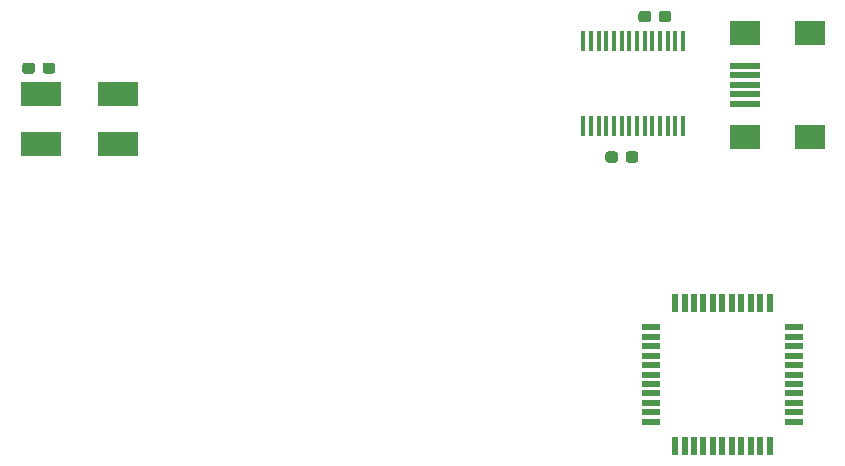
<source format=gbr>
%TF.GenerationSoftware,KiCad,Pcbnew,(5.1.12)-1*%
%TF.CreationDate,2022-08-10T21:51:47-07:00*%
%TF.ProjectId,JBX16_UARTCard,4a425831-365f-4554-9152-54436172642e,rev?*%
%TF.SameCoordinates,Original*%
%TF.FileFunction,Paste,Top*%
%TF.FilePolarity,Positive*%
%FSLAX46Y46*%
G04 Gerber Fmt 4.6, Leading zero omitted, Abs format (unit mm)*
G04 Created by KiCad (PCBNEW (5.1.12)-1) date 2022-08-10 21:51:47*
%MOMM*%
%LPD*%
G01*
G04 APERTURE LIST*
%ADD10R,2.500000X0.500000*%
%ADD11R,2.500000X2.000000*%
%ADD12R,3.500000X2.000000*%
%ADD13R,0.450000X1.750000*%
%ADD14R,0.520000X1.500000*%
%ADD15R,1.500000X0.520000*%
G04 APERTURE END LIST*
%TO.C,C9*%
G36*
G01*
X165663760Y-81050140D02*
X165663760Y-80575140D01*
G75*
G02*
X165901260Y-80337640I237500J0D01*
G01*
X166501260Y-80337640D01*
G75*
G02*
X166738760Y-80575140I0J-237500D01*
G01*
X166738760Y-81050140D01*
G75*
G02*
X166501260Y-81287640I-237500J0D01*
G01*
X165901260Y-81287640D01*
G75*
G02*
X165663760Y-81050140I0J237500D01*
G01*
G37*
G36*
G01*
X163938760Y-81050140D02*
X163938760Y-80575140D01*
G75*
G02*
X164176260Y-80337640I237500J0D01*
G01*
X164776260Y-80337640D01*
G75*
G02*
X165013760Y-80575140I0J-237500D01*
G01*
X165013760Y-81050140D01*
G75*
G02*
X164776260Y-81287640I-237500J0D01*
G01*
X164176260Y-81287640D01*
G75*
G02*
X163938760Y-81050140I0J237500D01*
G01*
G37*
%TD*%
%TO.C,C8*%
G36*
G01*
X162864680Y-92942420D02*
X162864680Y-92467420D01*
G75*
G02*
X163102180Y-92229920I237500J0D01*
G01*
X163702180Y-92229920D01*
G75*
G02*
X163939680Y-92467420I0J-237500D01*
G01*
X163939680Y-92942420D01*
G75*
G02*
X163702180Y-93179920I-237500J0D01*
G01*
X163102180Y-93179920D01*
G75*
G02*
X162864680Y-92942420I0J237500D01*
G01*
G37*
G36*
G01*
X161139680Y-92942420D02*
X161139680Y-92467420D01*
G75*
G02*
X161377180Y-92229920I237500J0D01*
G01*
X161977180Y-92229920D01*
G75*
G02*
X162214680Y-92467420I0J-237500D01*
G01*
X162214680Y-92942420D01*
G75*
G02*
X161977180Y-93179920I-237500J0D01*
G01*
X161377180Y-93179920D01*
G75*
G02*
X161139680Y-92942420I0J237500D01*
G01*
G37*
%TD*%
%TO.C,C7*%
G36*
G01*
X113492160Y-85418940D02*
X113492160Y-84943940D01*
G75*
G02*
X113729660Y-84706440I237500J0D01*
G01*
X114329660Y-84706440D01*
G75*
G02*
X114567160Y-84943940I0J-237500D01*
G01*
X114567160Y-85418940D01*
G75*
G02*
X114329660Y-85656440I-237500J0D01*
G01*
X113729660Y-85656440D01*
G75*
G02*
X113492160Y-85418940I0J237500D01*
G01*
G37*
G36*
G01*
X111767160Y-85418940D02*
X111767160Y-84943940D01*
G75*
G02*
X112004660Y-84706440I237500J0D01*
G01*
X112604660Y-84706440D01*
G75*
G02*
X112842160Y-84943940I0J-237500D01*
G01*
X112842160Y-85418940D01*
G75*
G02*
X112604660Y-85656440I-237500J0D01*
G01*
X112004660Y-85656440D01*
G75*
G02*
X111767160Y-85418940I0J237500D01*
G01*
G37*
%TD*%
D10*
%TO.C,J1*%
X172962260Y-84986060D03*
X172962260Y-85786060D03*
X172962260Y-86586060D03*
X172962260Y-87386060D03*
X172962260Y-88186060D03*
D11*
X172962260Y-82186060D03*
X172962260Y-90986060D03*
X178462260Y-82186060D03*
X178462260Y-90986060D03*
%TD*%
D12*
%TO.C,X3*%
X113342280Y-87406480D03*
X119842280Y-87406480D03*
X119842280Y-91606480D03*
X113342280Y-91606480D03*
%TD*%
D13*
%TO.C,U3*%
X159277340Y-82881920D03*
X159927340Y-82881920D03*
X160577340Y-82881920D03*
X161227340Y-82881920D03*
X161877340Y-82881920D03*
X162527340Y-82881920D03*
X163177340Y-82881920D03*
X163827340Y-82881920D03*
X164477340Y-82881920D03*
X165127340Y-82881920D03*
X165777340Y-82881920D03*
X166427340Y-82881920D03*
X167077340Y-82881920D03*
X167727340Y-82881920D03*
X167727340Y-90081920D03*
X167077340Y-90081920D03*
X166427340Y-90081920D03*
X165777340Y-90081920D03*
X165127340Y-90081920D03*
X164477340Y-90081920D03*
X163827340Y-90081920D03*
X163177340Y-90081920D03*
X162527340Y-90081920D03*
X161877340Y-90081920D03*
X161227340Y-90081920D03*
X160577340Y-90081920D03*
X159927340Y-90081920D03*
X159277340Y-90081920D03*
%TD*%
D14*
%TO.C,U2*%
X167046140Y-105072460D03*
X167846140Y-105072460D03*
X168646140Y-105072460D03*
X169446140Y-105072460D03*
X170246140Y-105072460D03*
X171046140Y-105072460D03*
X171846140Y-105072460D03*
X172646140Y-105072460D03*
X173446140Y-105072460D03*
X174246140Y-105072460D03*
X175046140Y-105072460D03*
D15*
X177096140Y-107122460D03*
X177096140Y-107922460D03*
X177096140Y-108722460D03*
X177096140Y-109522460D03*
X177096140Y-110322460D03*
X177096140Y-111122460D03*
X177096140Y-111922460D03*
X177096140Y-112722460D03*
X177096140Y-113522460D03*
X177096140Y-114322460D03*
X177096140Y-115122460D03*
D14*
X175046140Y-117172460D03*
X174246140Y-117172460D03*
X173446140Y-117172460D03*
X172646140Y-117172460D03*
X171846140Y-117172460D03*
X171046140Y-117172460D03*
X170246140Y-117172460D03*
X169446140Y-117172460D03*
X168646140Y-117172460D03*
X167846140Y-117172460D03*
X167046140Y-117172460D03*
D15*
X164996140Y-115122460D03*
X164996140Y-114322460D03*
X164996140Y-113522460D03*
X164996140Y-112722460D03*
X164996140Y-111922460D03*
X164996140Y-111122460D03*
X164996140Y-110322460D03*
X164996140Y-109522460D03*
X164996140Y-108722460D03*
X164996140Y-107922460D03*
X164996140Y-107122460D03*
%TD*%
M02*

</source>
